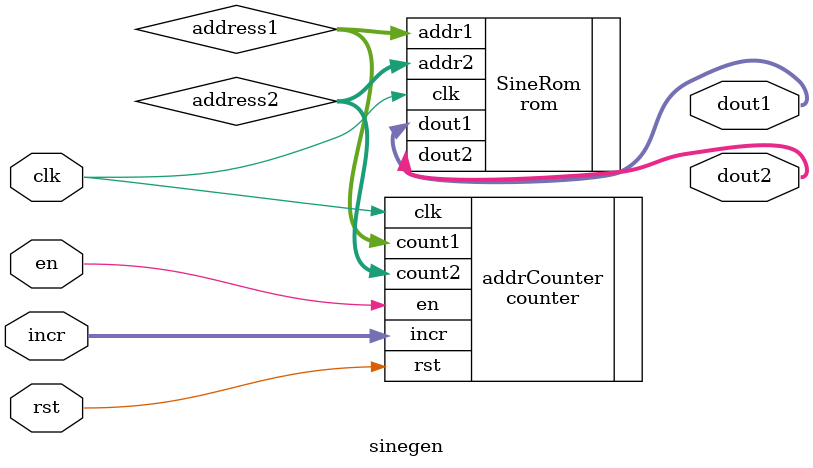
<source format=sv>
module sinegen #(
    parameter A_WIDTH = 8, 
              D_WIDTH = 8
)(
    input logic clk, rst, en,
    input logic [D_WIDTH-1:0] incr,
    output logic [D_WIDTH-1:0] dout1,
    output logic [D_WIDTH-1:0] dout2
);

    logic [A_WIDTH-1:0] address1;
    logic [A_WIDTH-1:0] address2;

counter addrCounter(
    .clk(clk),
    .rst(rst),
    .en(en),
    .incr(incr),
    .count1(address1),
    .count2(address2)
);


rom SineRom(
    .clk (clk),
    .addr1(address1),
    .addr2(address2),
    .dout1(dout1),
    .dout2(dout2)
);



endmodule

</source>
